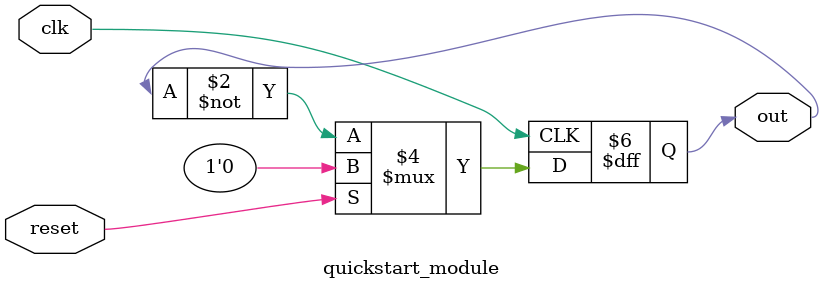
<source format=v>
module quickstart_module(out, clk, reset);

output reg out;
input wire clk, reset;

always @ (posedge clk)
    if (reset)
        out <= 0;
    else
        out <= ~out;

endmodule

</source>
